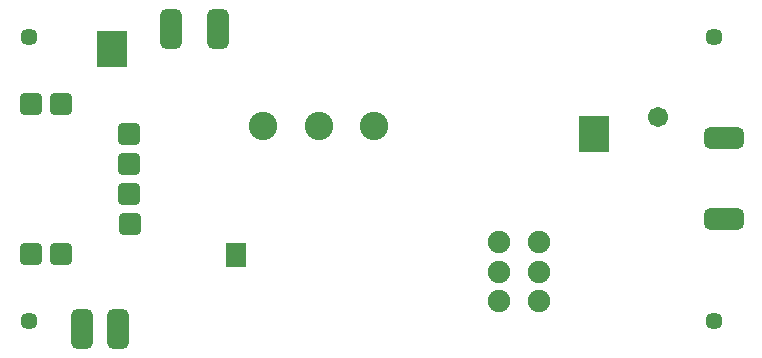
<source format=gbs>
%FSLAX44Y44*%
%MOMM*%
G71*
G01*
G75*
G04 Layer_Color=16711935*
%ADD10R,2.5000X2.3000*%
%ADD11R,1.2500X1.7500*%
%ADD12R,2.3000X2.5000*%
%ADD13R,1.7500X1.2500*%
%ADD14R,0.4318X1.4224*%
%ADD15R,2.4130X3.0988*%
%ADD16R,1.7272X0.5334*%
%ADD17R,2.0000X2.2000*%
%ADD18O,1.7000X0.3000*%
%ADD19R,1.5700X1.8800*%
%ADD20R,2.0000X4.1000*%
%ADD21C,0.4000*%
%ADD22C,1.8000*%
%ADD23C,1.2500*%
%ADD24C,0.5080*%
%ADD25C,1.7000*%
%ADD26C,0.3000*%
%ADD27C,0.6000*%
%ADD28C,0.1524*%
%ADD29C,2.2000*%
%ADD30C,1.5000*%
%ADD31C,0.7000*%
%ADD32C,1.2500*%
%ADD33C,0.6500*%
G04:AMPARAMS|DCode=34|XSize=3.2mm|YSize=1.6mm|CornerRadius=0.4mm|HoleSize=0mm|Usage=FLASHONLY|Rotation=90.000|XOffset=0mm|YOffset=0mm|HoleType=Round|Shape=RoundedRectangle|*
%AMROUNDEDRECTD34*
21,1,3.2000,0.8000,0,0,90.0*
21,1,2.4000,1.6000,0,0,90.0*
1,1,0.8000,0.4000,1.2000*
1,1,0.8000,0.4000,-1.2000*
1,1,0.8000,-0.4000,-1.2000*
1,1,0.8000,-0.4000,1.2000*
%
%ADD34ROUNDEDRECTD34*%
G04:AMPARAMS|DCode=35|XSize=3.2mm|YSize=1.6mm|CornerRadius=0.4mm|HoleSize=0mm|Usage=FLASHONLY|Rotation=180.000|XOffset=0mm|YOffset=0mm|HoleType=Round|Shape=RoundedRectangle|*
%AMROUNDEDRECTD35*
21,1,3.2000,0.8000,0,0,180.0*
21,1,2.4000,1.6000,0,0,180.0*
1,1,0.8000,-1.2000,0.4000*
1,1,0.8000,1.2000,0.4000*
1,1,0.8000,1.2000,-0.4000*
1,1,0.8000,-1.2000,-0.4000*
%
%ADD35ROUNDEDRECTD35*%
%ADD36C,1.7000*%
G04:AMPARAMS|DCode=37|XSize=1.6mm|YSize=1.6mm|CornerRadius=0.16mm|HoleSize=0mm|Usage=FLASHONLY|Rotation=180.000|XOffset=0mm|YOffset=0mm|HoleType=Round|Shape=RoundedRectangle|*
%AMROUNDEDRECTD37*
21,1,1.6000,1.2800,0,0,180.0*
21,1,1.2800,1.6000,0,0,180.0*
1,1,0.3200,-0.6400,0.6400*
1,1,0.3200,0.6400,0.6400*
1,1,0.3200,0.6400,-0.6400*
1,1,0.3200,-0.6400,-0.6400*
%
%ADD37ROUNDEDRECTD37*%
%ADD38C,0.8500*%
%ADD39C,1.1000*%
%ADD40C,0.8050*%
%ADD41C,0.8000*%
%ADD42C,0.5000*%
%ADD43C,0.2540*%
%ADD44C,0.0127*%
%ADD45C,0.2000*%
%ADD46C,0.1778*%
%ADD47R,1.3970X0.3810*%
%ADD48R,0.8000X3.0480*%
%ADD49R,0.7000X2.8000*%
%ADD50R,0.4000X2.5000*%
%ADD51R,0.4000X2.2000*%
%ADD52R,0.3000X1.8000*%
%ADD53R,0.2000X1.3000*%
%ADD54R,0.2480X0.8000*%
%ADD55R,3.0000X1.0000*%
%ADD56R,2.8000X0.5000*%
%ADD57R,2.5000X0.4000*%
%ADD58R,2.2000X0.4000*%
%ADD59R,1.8000X0.3000*%
%ADD60R,1.4000X0.2000*%
%ADD61R,0.9000X0.2000*%
%ADD62R,2.7040X2.5040*%
%ADD63R,1.4540X1.9540*%
%ADD64R,2.5040X2.7040*%
%ADD65R,1.9540X1.4540*%
%ADD66R,0.6358X1.6264*%
%ADD67R,1.9312X0.7374*%
%ADD68R,2.2040X2.4040*%
%ADD69O,1.8016X0.4016*%
%ADD70R,1.6716X1.9816*%
%ADD71R,2.2040X4.3040*%
%ADD72C,2.4040*%
%ADD73C,1.7040*%
%ADD74C,0.9040*%
%ADD75C,1.4540*%
%ADD76C,0.7516*%
G04:AMPARAMS|DCode=77|XSize=3.404mm|YSize=1.804mm|CornerRadius=0.502mm|HoleSize=0mm|Usage=FLASHONLY|Rotation=90.000|XOffset=0mm|YOffset=0mm|HoleType=Round|Shape=RoundedRectangle|*
%AMROUNDEDRECTD77*
21,1,3.4040,0.8000,0,0,90.0*
21,1,2.4000,1.8040,0,0,90.0*
1,1,1.0040,0.4000,1.2000*
1,1,1.0040,0.4000,-1.2000*
1,1,1.0040,-0.4000,-1.2000*
1,1,1.0040,-0.4000,1.2000*
%
%ADD77ROUNDEDRECTD77*%
G04:AMPARAMS|DCode=78|XSize=3.404mm|YSize=1.804mm|CornerRadius=0.502mm|HoleSize=0mm|Usage=FLASHONLY|Rotation=180.000|XOffset=0mm|YOffset=0mm|HoleType=Round|Shape=RoundedRectangle|*
%AMROUNDEDRECTD78*
21,1,3.4040,0.8000,0,0,180.0*
21,1,2.4000,1.8040,0,0,180.0*
1,1,1.0040,-1.2000,0.4000*
1,1,1.0040,1.2000,0.4000*
1,1,1.0040,1.2000,-0.4000*
1,1,1.0040,-1.2000,-0.4000*
%
%ADD78ROUNDEDRECTD78*%
%ADD79C,1.9040*%
G04:AMPARAMS|DCode=80|XSize=1.804mm|YSize=1.804mm|CornerRadius=0.262mm|HoleSize=0mm|Usage=FLASHONLY|Rotation=180.000|XOffset=0mm|YOffset=0mm|HoleType=Round|Shape=RoundedRectangle|*
%AMROUNDEDRECTD80*
21,1,1.8040,1.2800,0,0,180.0*
21,1,1.2800,1.8040,0,0,180.0*
1,1,0.5240,-0.6400,0.6400*
1,1,0.5240,0.6400,0.6400*
1,1,0.5240,0.6400,-0.6400*
1,1,0.5240,-0.6400,-0.6400*
%
%ADD80ROUNDEDRECTD80*%
%ADD81R,2.5400X3.0480*%
%ADD82R,1.6510X2.0320*%
D72*
X322000Y45000D02*
D03*
X275000D02*
D03*
X228000D02*
D03*
D73*
X562610Y52070D02*
D03*
D74*
X515874Y45974D02*
D03*
Y38100D02*
D03*
Y30226D02*
D03*
X508000Y45974D02*
D03*
Y38100D02*
D03*
Y30226D02*
D03*
X500126Y45974D02*
D03*
Y38100D02*
D03*
Y30226D02*
D03*
X107874Y117874D02*
D03*
Y110000D02*
D03*
Y102126D02*
D03*
X100000Y117874D02*
D03*
Y110000D02*
D03*
Y102126D02*
D03*
X92126Y117874D02*
D03*
Y110000D02*
D03*
Y102126D02*
D03*
D75*
X30000Y120000D02*
D03*
Y-120000D02*
D03*
X610000D02*
D03*
Y120000D02*
D03*
D76*
X205000Y-65000D02*
D03*
X209500Y-59000D02*
D03*
Y-71000D02*
D03*
X200500D02*
D03*
Y-59000D02*
D03*
D77*
X75000Y-127000D02*
D03*
X105000D02*
D03*
X150000Y127000D02*
D03*
X190000D02*
D03*
D78*
X618110Y-34290D02*
D03*
Y34290D02*
D03*
D79*
X427500Y-78740D02*
D03*
Y-53740D02*
D03*
Y-103740D02*
D03*
X461500Y-78740D02*
D03*
Y-53740D02*
D03*
Y-103740D02*
D03*
D80*
X114300Y38100D02*
D03*
X115570Y-38100D02*
D03*
X57200Y-63500D02*
D03*
X57150Y63500D02*
D03*
X114300Y-12700D02*
D03*
Y12700D02*
D03*
X31800Y63500D02*
D03*
X31750Y-63500D02*
D03*
D81*
X508000Y38100D02*
D03*
X100000Y110000D02*
D03*
D82*
X205105Y-64770D02*
D03*
M02*

</source>
